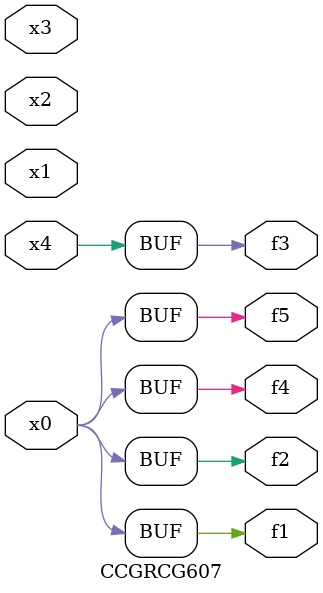
<source format=v>
module CCGRCG607(
	input x0, x1, x2, x3, x4,
	output f1, f2, f3, f4, f5
);
	assign f1 = x0;
	assign f2 = x0;
	assign f3 = x4;
	assign f4 = x0;
	assign f5 = x0;
endmodule

</source>
